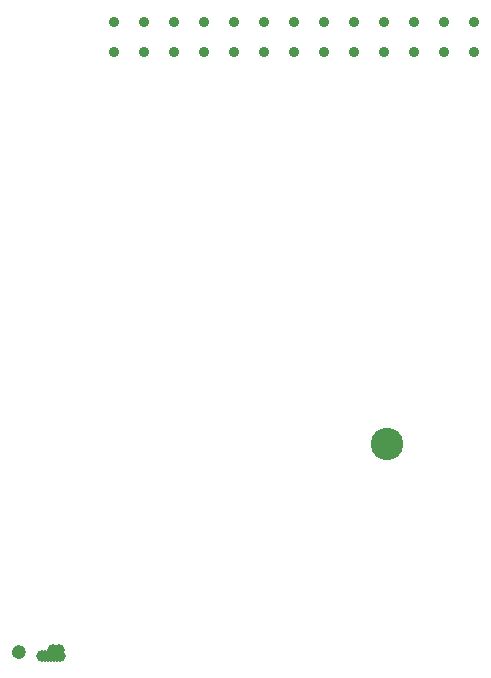
<source format=gbr>
M48
;Layer_Color=9474304
;FILE_FORMAT=2:4
INCH,LZ
;TYPE=PLATED
T1F00S00C0.0350
T2F00S00C0.0390
T3F00S00C0.1083
;TYPE=NON_PLATED
T4F00S00C0.0470
%
T01
X0056Y0135
Y0145
X005295Y020169
Y021169
X006295
X007295
Y020169
X006295
X004295
Y021169
X003295
Y020169
X008295
X009295
X010295
Y021169
X009295
X008295
X011295
Y020169
X012295
X013295
X014295
Y021169
X015295
Y020169
X013295Y021169
X012295
T02
X00895Y023
X00995
X01095
X01195
X01245Y0235
X01295Y023
X01395
X01445Y0235
X01495Y023
T03
X012402Y007087
T04
X0118Y0168
X0138
M30

</source>
